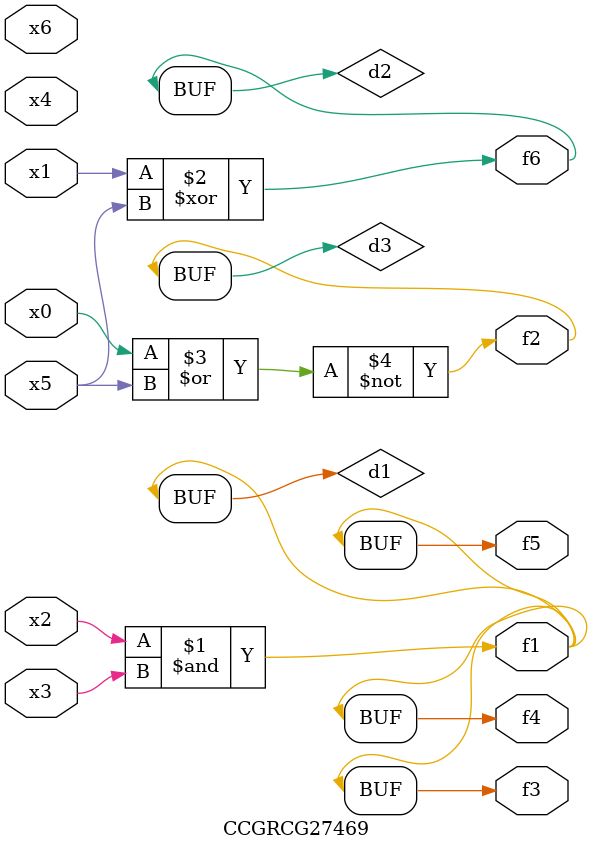
<source format=v>
module CCGRCG27469(
	input x0, x1, x2, x3, x4, x5, x6,
	output f1, f2, f3, f4, f5, f6
);

	wire d1, d2, d3;

	and (d1, x2, x3);
	xor (d2, x1, x5);
	nor (d3, x0, x5);
	assign f1 = d1;
	assign f2 = d3;
	assign f3 = d1;
	assign f4 = d1;
	assign f5 = d1;
	assign f6 = d2;
endmodule

</source>
